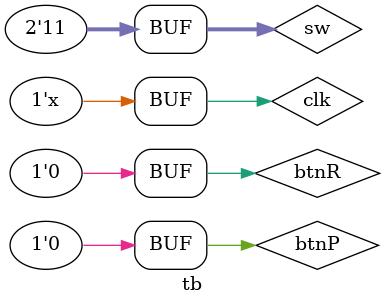
<source format=v>
`timescale 1ns / 1ps


module tb;

	// Inputs
	reg clk;
	reg [1:0] sw;
	reg btnP;
	reg btnR;

	// Outputs
	wire [7:0] seg;
	wire [3:0] an;

	// Instantiate the Unit Under Test (UUT)
	stopwatch uut (
		.clk(clk), 
		.sw(sw), 
		.btnP(btnP), 
		.btnR(btnR), 
		.seg(seg), 
		.an(an)
	);

	initial begin
		// Initialize Inputs
		clk = 0;
		sw = 2'b11;
		btnP = 0;
		btnR = 0;

		// Wait 100 ns for global reset to finish
		#100;
        
		// Add stimulus here

	end
    always #5 clk = ~clk;
endmodule


</source>
